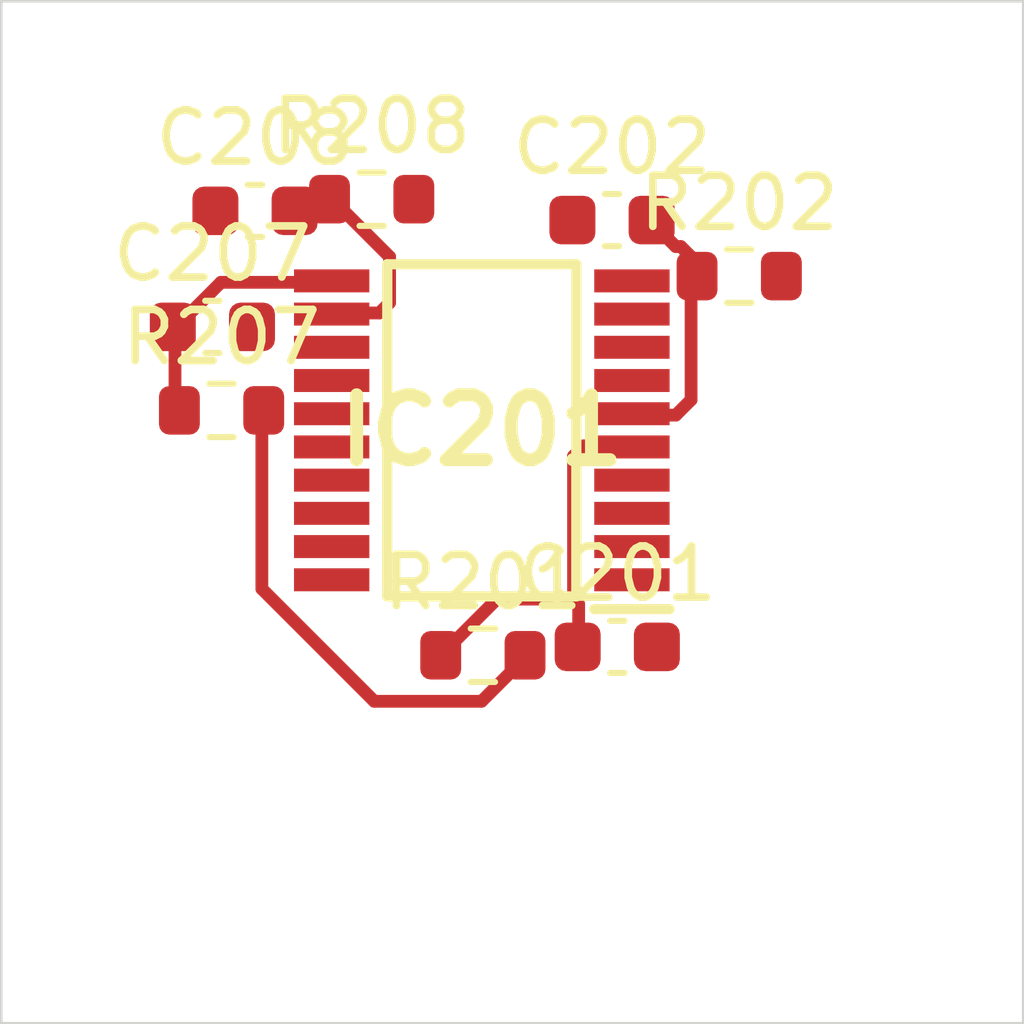
<source format=kicad_pcb>
 ( kicad_pcb  ( version 20171130 )
 ( host pcbnew 5.1.12-84ad8e8a86~92~ubuntu18.04.1 )
 ( general  ( thickness 1.6 )
 ( drawings 4 )
 ( tracks 0 )
 ( zones 0 )
 ( modules 9 )
 ( nets 19 )
)
 ( page A4 )
 ( layers  ( 0 F.Cu signal )
 ( 31 B.Cu signal )
 ( 32 B.Adhes user )
 ( 33 F.Adhes user )
 ( 34 B.Paste user )
 ( 35 F.Paste user )
 ( 36 B.SilkS user )
 ( 37 F.SilkS user )
 ( 38 B.Mask user )
 ( 39 F.Mask user )
 ( 40 Dwgs.User user )
 ( 41 Cmts.User user )
 ( 42 Eco1.User user )
 ( 43 Eco2.User user )
 ( 44 Edge.Cuts user )
 ( 45 Margin user )
 ( 46 B.CrtYd user )
 ( 47 F.CrtYd user )
 ( 48 B.Fab user )
 ( 49 F.Fab user )
)
 ( setup  ( last_trace_width 0.25 )
 ( trace_clearance 0.2 )
 ( zone_clearance 0.508 )
 ( zone_45_only no )
 ( trace_min 0.2 )
 ( via_size 0.8 )
 ( via_drill 0.4 )
 ( via_min_size 0.4 )
 ( via_min_drill 0.3 )
 ( uvia_size 0.3 )
 ( uvia_drill 0.1 )
 ( uvias_allowed no )
 ( uvia_min_size 0.2 )
 ( uvia_min_drill 0.1 )
 ( edge_width 0.05 )
 ( segment_width 0.2 )
 ( pcb_text_width 0.3 )
 ( pcb_text_size 1.5 1.5 )
 ( mod_edge_width 0.12 )
 ( mod_text_size 1 1 )
 ( mod_text_width 0.15 )
 ( pad_size 1.524 1.524 )
 ( pad_drill 0.762 )
 ( pad_to_mask_clearance 0 )
 ( aux_axis_origin 0 0 )
 ( visible_elements FFFFFF7F )
 ( pcbplotparams  ( layerselection 0x010fc_ffffffff )
 ( usegerberextensions false )
 ( usegerberattributes true )
 ( usegerberadvancedattributes true )
 ( creategerberjobfile true )
 ( excludeedgelayer true )
 ( linewidth 0.100000 )
 ( plotframeref false )
 ( viasonmask false )
 ( mode 1 )
 ( useauxorigin false )
 ( hpglpennumber 1 )
 ( hpglpenspeed 20 )
 ( hpglpendiameter 15.000000 )
 ( psnegative false )
 ( psa4output false )
 ( plotreference true )
 ( plotvalue true )
 ( plotinvisibletext false )
 ( padsonsilk false )
 ( subtractmaskfromsilk false )
 ( outputformat 1 )
 ( mirror false )
 ( drillshape 1 )
 ( scaleselection 1 )
 ( outputdirectory "" )
)
)
 ( net 0 "" )
 ( net 1 GND )
 ( net 2 /Sheet6235D886/ch0 )
 ( net 3 /Sheet6235D886/ch1 )
 ( net 4 /Sheet6235D886/ch2 )
 ( net 5 /Sheet6235D886/ch3 )
 ( net 6 /Sheet6235D886/ch4 )
 ( net 7 /Sheet6235D886/ch5 )
 ( net 8 /Sheet6235D886/ch6 )
 ( net 9 /Sheet6235D886/ch7 )
 ( net 10 VDD )
 ( net 11 VDDA )
 ( net 12 /Sheet6235D886/adc_csn )
 ( net 13 /Sheet6235D886/adc_sck )
 ( net 14 /Sheet6235D886/adc_sdi )
 ( net 15 /Sheet6235D886/adc_sdo )
 ( net 16 /Sheet6235D886/vp )
 ( net 17 /Sheet6248AD22/chn0 )
 ( net 18 /Sheet6248AD22/chn3 )
 ( net_class Default "This is the default net class."  ( clearance 0.2 )
 ( trace_width 0.25 )
 ( via_dia 0.8 )
 ( via_drill 0.4 )
 ( uvia_dia 0.3 )
 ( uvia_drill 0.1 )
 ( add_net /Sheet6235D886/adc_csn )
 ( add_net /Sheet6235D886/adc_sck )
 ( add_net /Sheet6235D886/adc_sdi )
 ( add_net /Sheet6235D886/adc_sdo )
 ( add_net /Sheet6235D886/ch0 )
 ( add_net /Sheet6235D886/ch1 )
 ( add_net /Sheet6235D886/ch2 )
 ( add_net /Sheet6235D886/ch3 )
 ( add_net /Sheet6235D886/ch4 )
 ( add_net /Sheet6235D886/ch5 )
 ( add_net /Sheet6235D886/ch6 )
 ( add_net /Sheet6235D886/ch7 )
 ( add_net /Sheet6235D886/vp )
 ( add_net /Sheet6248AD22/chn0 )
 ( add_net /Sheet6248AD22/chn3 )
 ( add_net GND )
 ( add_net VDD )
 ( add_net VDDA )
)
 ( module Capacitor_SMD:C_0603_1608Metric  ( layer F.Cu )
 ( tedit 5F68FEEE )
 ( tstamp 6234222D )
 ( at 92.055500 112.635000 )
 ( descr "Capacitor SMD 0603 (1608 Metric), square (rectangular) end terminal, IPC_7351 nominal, (Body size source: IPC-SM-782 page 76, https://www.pcb-3d.com/wordpress/wp-content/uploads/ipc-sm-782a_amendment_1_and_2.pdf), generated with kicad-footprint-generator" )
 ( tags capacitor )
 ( path /6235D887/623691C5 )
 ( attr smd )
 ( fp_text reference C201  ( at 0 -1.43 )
 ( layer F.SilkS )
 ( effects  ( font  ( size 1 1 )
 ( thickness 0.15 )
)
)
)
 ( fp_text value 0.1uF  ( at 0 1.43 )
 ( layer F.Fab )
 ( effects  ( font  ( size 1 1 )
 ( thickness 0.15 )
)
)
)
 ( fp_line  ( start -0.8 0.4 )
 ( end -0.8 -0.4 )
 ( layer F.Fab )
 ( width 0.1 )
)
 ( fp_line  ( start -0.8 -0.4 )
 ( end 0.8 -0.4 )
 ( layer F.Fab )
 ( width 0.1 )
)
 ( fp_line  ( start 0.8 -0.4 )
 ( end 0.8 0.4 )
 ( layer F.Fab )
 ( width 0.1 )
)
 ( fp_line  ( start 0.8 0.4 )
 ( end -0.8 0.4 )
 ( layer F.Fab )
 ( width 0.1 )
)
 ( fp_line  ( start -0.14058 -0.51 )
 ( end 0.14058 -0.51 )
 ( layer F.SilkS )
 ( width 0.12 )
)
 ( fp_line  ( start -0.14058 0.51 )
 ( end 0.14058 0.51 )
 ( layer F.SilkS )
 ( width 0.12 )
)
 ( fp_line  ( start -1.48 0.73 )
 ( end -1.48 -0.73 )
 ( layer F.CrtYd )
 ( width 0.05 )
)
 ( fp_line  ( start -1.48 -0.73 )
 ( end 1.48 -0.73 )
 ( layer F.CrtYd )
 ( width 0.05 )
)
 ( fp_line  ( start 1.48 -0.73 )
 ( end 1.48 0.73 )
 ( layer F.CrtYd )
 ( width 0.05 )
)
 ( fp_line  ( start 1.48 0.73 )
 ( end -1.48 0.73 )
 ( layer F.CrtYd )
 ( width 0.05 )
)
 ( fp_text user %R  ( at 0 0 )
 ( layer F.Fab )
 ( effects  ( font  ( size 0.4 0.4 )
 ( thickness 0.06 )
)
)
)
 ( pad 2 smd roundrect  ( at 0.775 0 )
 ( size 0.9 0.95 )
 ( layers F.Cu F.Mask F.Paste )
 ( roundrect_rratio 0.25 )
 ( net 1 GND )
)
 ( pad 1 smd roundrect  ( at -0.775 0 )
 ( size 0.9 0.95 )
 ( layers F.Cu F.Mask F.Paste )
 ( roundrect_rratio 0.25 )
 ( net 2 /Sheet6235D886/ch0 )
)
 ( model ${KISYS3DMOD}/Capacitor_SMD.3dshapes/C_0603_1608Metric.wrl  ( at  ( xyz 0 0 0 )
)
 ( scale  ( xyz 1 1 1 )
)
 ( rotate  ( xyz 0 0 0 )
)
)
)
 ( module Capacitor_SMD:C_0603_1608Metric  ( layer F.Cu )
 ( tedit 5F68FEEE )
 ( tstamp 6234223E )
 ( at 91.952600 104.282000 )
 ( descr "Capacitor SMD 0603 (1608 Metric), square (rectangular) end terminal, IPC_7351 nominal, (Body size source: IPC-SM-782 page 76, https://www.pcb-3d.com/wordpress/wp-content/uploads/ipc-sm-782a_amendment_1_and_2.pdf), generated with kicad-footprint-generator" )
 ( tags capacitor )
 ( path /6235D887/62369EE0 )
 ( attr smd )
 ( fp_text reference C202  ( at 0 -1.43 )
 ( layer F.SilkS )
 ( effects  ( font  ( size 1 1 )
 ( thickness 0.15 )
)
)
)
 ( fp_text value 0.1uF  ( at 0 1.43 )
 ( layer F.Fab )
 ( effects  ( font  ( size 1 1 )
 ( thickness 0.15 )
)
)
)
 ( fp_line  ( start 1.48 0.73 )
 ( end -1.48 0.73 )
 ( layer F.CrtYd )
 ( width 0.05 )
)
 ( fp_line  ( start 1.48 -0.73 )
 ( end 1.48 0.73 )
 ( layer F.CrtYd )
 ( width 0.05 )
)
 ( fp_line  ( start -1.48 -0.73 )
 ( end 1.48 -0.73 )
 ( layer F.CrtYd )
 ( width 0.05 )
)
 ( fp_line  ( start -1.48 0.73 )
 ( end -1.48 -0.73 )
 ( layer F.CrtYd )
 ( width 0.05 )
)
 ( fp_line  ( start -0.14058 0.51 )
 ( end 0.14058 0.51 )
 ( layer F.SilkS )
 ( width 0.12 )
)
 ( fp_line  ( start -0.14058 -0.51 )
 ( end 0.14058 -0.51 )
 ( layer F.SilkS )
 ( width 0.12 )
)
 ( fp_line  ( start 0.8 0.4 )
 ( end -0.8 0.4 )
 ( layer F.Fab )
 ( width 0.1 )
)
 ( fp_line  ( start 0.8 -0.4 )
 ( end 0.8 0.4 )
 ( layer F.Fab )
 ( width 0.1 )
)
 ( fp_line  ( start -0.8 -0.4 )
 ( end 0.8 -0.4 )
 ( layer F.Fab )
 ( width 0.1 )
)
 ( fp_line  ( start -0.8 0.4 )
 ( end -0.8 -0.4 )
 ( layer F.Fab )
 ( width 0.1 )
)
 ( fp_text user %R  ( at 0 0 )
 ( layer F.Fab )
 ( effects  ( font  ( size 0.4 0.4 )
 ( thickness 0.06 )
)
)
)
 ( pad 1 smd roundrect  ( at -0.775 0 )
 ( size 0.9 0.95 )
 ( layers F.Cu F.Mask F.Paste )
 ( roundrect_rratio 0.25 )
 ( net 1 GND )
)
 ( pad 2 smd roundrect  ( at 0.775 0 )
 ( size 0.9 0.95 )
 ( layers F.Cu F.Mask F.Paste )
 ( roundrect_rratio 0.25 )
 ( net 3 /Sheet6235D886/ch1 )
)
 ( model ${KISYS3DMOD}/Capacitor_SMD.3dshapes/C_0603_1608Metric.wrl  ( at  ( xyz 0 0 0 )
)
 ( scale  ( xyz 1 1 1 )
)
 ( rotate  ( xyz 0 0 0 )
)
)
)
 ( module Capacitor_SMD:C_0603_1608Metric  ( layer F.Cu )
 ( tedit 5F68FEEE )
 ( tstamp 62342293 )
 ( at 84.131900 106.372000 )
 ( descr "Capacitor SMD 0603 (1608 Metric), square (rectangular) end terminal, IPC_7351 nominal, (Body size source: IPC-SM-782 page 76, https://www.pcb-3d.com/wordpress/wp-content/uploads/ipc-sm-782a_amendment_1_and_2.pdf), generated with kicad-footprint-generator" )
 ( tags capacitor )
 ( path /6235D887/6238B3FE )
 ( attr smd )
 ( fp_text reference C207  ( at 0 -1.43 )
 ( layer F.SilkS )
 ( effects  ( font  ( size 1 1 )
 ( thickness 0.15 )
)
)
)
 ( fp_text value 0.1uF  ( at 0 1.43 )
 ( layer F.Fab )
 ( effects  ( font  ( size 1 1 )
 ( thickness 0.15 )
)
)
)
 ( fp_line  ( start -0.8 0.4 )
 ( end -0.8 -0.4 )
 ( layer F.Fab )
 ( width 0.1 )
)
 ( fp_line  ( start -0.8 -0.4 )
 ( end 0.8 -0.4 )
 ( layer F.Fab )
 ( width 0.1 )
)
 ( fp_line  ( start 0.8 -0.4 )
 ( end 0.8 0.4 )
 ( layer F.Fab )
 ( width 0.1 )
)
 ( fp_line  ( start 0.8 0.4 )
 ( end -0.8 0.4 )
 ( layer F.Fab )
 ( width 0.1 )
)
 ( fp_line  ( start -0.14058 -0.51 )
 ( end 0.14058 -0.51 )
 ( layer F.SilkS )
 ( width 0.12 )
)
 ( fp_line  ( start -0.14058 0.51 )
 ( end 0.14058 0.51 )
 ( layer F.SilkS )
 ( width 0.12 )
)
 ( fp_line  ( start -1.48 0.73 )
 ( end -1.48 -0.73 )
 ( layer F.CrtYd )
 ( width 0.05 )
)
 ( fp_line  ( start -1.48 -0.73 )
 ( end 1.48 -0.73 )
 ( layer F.CrtYd )
 ( width 0.05 )
)
 ( fp_line  ( start 1.48 -0.73 )
 ( end 1.48 0.73 )
 ( layer F.CrtYd )
 ( width 0.05 )
)
 ( fp_line  ( start 1.48 0.73 )
 ( end -1.48 0.73 )
 ( layer F.CrtYd )
 ( width 0.05 )
)
 ( fp_text user %R  ( at 0 0 )
 ( layer F.Fab )
 ( effects  ( font  ( size 0.4 0.4 )
 ( thickness 0.06 )
)
)
)
 ( pad 2 smd roundrect  ( at 0.775 0 )
 ( size 0.9 0.95 )
 ( layers F.Cu F.Mask F.Paste )
 ( roundrect_rratio 0.25 )
 ( net 1 GND )
)
 ( pad 1 smd roundrect  ( at -0.775 0 )
 ( size 0.9 0.95 )
 ( layers F.Cu F.Mask F.Paste )
 ( roundrect_rratio 0.25 )
 ( net 8 /Sheet6235D886/ch6 )
)
 ( model ${KISYS3DMOD}/Capacitor_SMD.3dshapes/C_0603_1608Metric.wrl  ( at  ( xyz 0 0 0 )
)
 ( scale  ( xyz 1 1 1 )
)
 ( rotate  ( xyz 0 0 0 )
)
)
)
 ( module Capacitor_SMD:C_0603_1608Metric  ( layer F.Cu )
 ( tedit 5F68FEEE )
 ( tstamp 623422A4 )
 ( at 84.965900 104.101000 )
 ( descr "Capacitor SMD 0603 (1608 Metric), square (rectangular) end terminal, IPC_7351 nominal, (Body size source: IPC-SM-782 page 76, https://www.pcb-3d.com/wordpress/wp-content/uploads/ipc-sm-782a_amendment_1_and_2.pdf), generated with kicad-footprint-generator" )
 ( tags capacitor )
 ( path /6235D887/6238B404 )
 ( attr smd )
 ( fp_text reference C208  ( at 0 -1.43 )
 ( layer F.SilkS )
 ( effects  ( font  ( size 1 1 )
 ( thickness 0.15 )
)
)
)
 ( fp_text value 0.1uF  ( at 0 1.43 )
 ( layer F.Fab )
 ( effects  ( font  ( size 1 1 )
 ( thickness 0.15 )
)
)
)
 ( fp_line  ( start 1.48 0.73 )
 ( end -1.48 0.73 )
 ( layer F.CrtYd )
 ( width 0.05 )
)
 ( fp_line  ( start 1.48 -0.73 )
 ( end 1.48 0.73 )
 ( layer F.CrtYd )
 ( width 0.05 )
)
 ( fp_line  ( start -1.48 -0.73 )
 ( end 1.48 -0.73 )
 ( layer F.CrtYd )
 ( width 0.05 )
)
 ( fp_line  ( start -1.48 0.73 )
 ( end -1.48 -0.73 )
 ( layer F.CrtYd )
 ( width 0.05 )
)
 ( fp_line  ( start -0.14058 0.51 )
 ( end 0.14058 0.51 )
 ( layer F.SilkS )
 ( width 0.12 )
)
 ( fp_line  ( start -0.14058 -0.51 )
 ( end 0.14058 -0.51 )
 ( layer F.SilkS )
 ( width 0.12 )
)
 ( fp_line  ( start 0.8 0.4 )
 ( end -0.8 0.4 )
 ( layer F.Fab )
 ( width 0.1 )
)
 ( fp_line  ( start 0.8 -0.4 )
 ( end 0.8 0.4 )
 ( layer F.Fab )
 ( width 0.1 )
)
 ( fp_line  ( start -0.8 -0.4 )
 ( end 0.8 -0.4 )
 ( layer F.Fab )
 ( width 0.1 )
)
 ( fp_line  ( start -0.8 0.4 )
 ( end -0.8 -0.4 )
 ( layer F.Fab )
 ( width 0.1 )
)
 ( fp_text user %R  ( at 0 0 )
 ( layer F.Fab )
 ( effects  ( font  ( size 0.4 0.4 )
 ( thickness 0.06 )
)
)
)
 ( pad 1 smd roundrect  ( at -0.775 0 )
 ( size 0.9 0.95 )
 ( layers F.Cu F.Mask F.Paste )
 ( roundrect_rratio 0.25 )
 ( net 1 GND )
)
 ( pad 2 smd roundrect  ( at 0.775 0 )
 ( size 0.9 0.95 )
 ( layers F.Cu F.Mask F.Paste )
 ( roundrect_rratio 0.25 )
 ( net 9 /Sheet6235D886/ch7 )
)
 ( model ${KISYS3DMOD}/Capacitor_SMD.3dshapes/C_0603_1608Metric.wrl  ( at  ( xyz 0 0 0 )
)
 ( scale  ( xyz 1 1 1 )
)
 ( rotate  ( xyz 0 0 0 )
)
)
)
 ( module MCP3564R-E_ST:SOP65P640X120-20N locked  ( layer F.Cu )
 ( tedit 623351C2 )
 ( tstamp 623423D6 )
 ( at 89.404300 108.397000 180.000000 )
 ( descr "20-Lead Plastic Thin Shrink Small Outline (ST) - 4.4mm body [TSSOP]" )
 ( tags "Integrated Circuit" )
 ( path /6235D887/6235E071 )
 ( attr smd )
 ( fp_text reference IC201  ( at 0 0 )
 ( layer F.SilkS )
 ( effects  ( font  ( size 1.27 1.27 )
 ( thickness 0.254 )
)
)
)
 ( fp_text value MCP3564R-E_ST  ( at 0 0 )
 ( layer F.SilkS )
hide  ( effects  ( font  ( size 1.27 1.27 )
 ( thickness 0.254 )
)
)
)
 ( fp_line  ( start -3.925 -3.55 )
 ( end 3.925 -3.55 )
 ( layer Dwgs.User )
 ( width 0.05 )
)
 ( fp_line  ( start 3.925 -3.55 )
 ( end 3.925 3.55 )
 ( layer Dwgs.User )
 ( width 0.05 )
)
 ( fp_line  ( start 3.925 3.55 )
 ( end -3.925 3.55 )
 ( layer Dwgs.User )
 ( width 0.05 )
)
 ( fp_line  ( start -3.925 3.55 )
 ( end -3.925 -3.55 )
 ( layer Dwgs.User )
 ( width 0.05 )
)
 ( fp_line  ( start -2.2 -3.25 )
 ( end 2.2 -3.25 )
 ( layer Dwgs.User )
 ( width 0.1 )
)
 ( fp_line  ( start 2.2 -3.25 )
 ( end 2.2 3.25 )
 ( layer Dwgs.User )
 ( width 0.1 )
)
 ( fp_line  ( start 2.2 3.25 )
 ( end -2.2 3.25 )
 ( layer Dwgs.User )
 ( width 0.1 )
)
 ( fp_line  ( start -2.2 3.25 )
 ( end -2.2 -3.25 )
 ( layer Dwgs.User )
 ( width 0.1 )
)
 ( fp_line  ( start -2.2 -2.6 )
 ( end -1.55 -3.25 )
 ( layer Dwgs.User )
 ( width 0.1 )
)
 ( fp_line  ( start -1.85 -3.25 )
 ( end 1.85 -3.25 )
 ( layer F.SilkS )
 ( width 0.2 )
)
 ( fp_line  ( start 1.85 -3.25 )
 ( end 1.85 3.25 )
 ( layer F.SilkS )
 ( width 0.2 )
)
 ( fp_line  ( start 1.85 3.25 )
 ( end -1.85 3.25 )
 ( layer F.SilkS )
 ( width 0.2 )
)
 ( fp_line  ( start -1.85 3.25 )
 ( end -1.85 -3.25 )
 ( layer F.SilkS )
 ( width 0.2 )
)
 ( fp_line  ( start -3.675 -3.5 )
 ( end -2.2 -3.5 )
 ( layer F.SilkS )
 ( width 0.2 )
)
 ( pad 1 smd rect  ( at -2.938 -2.925 270.000000 )
 ( size 0.45 1.475 )
 ( layers F.Cu F.Mask F.Paste )
 ( net 11 VDDA )
)
 ( pad 2 smd rect  ( at -2.938 -2.275 270.000000 )
 ( size 0.45 1.475 )
 ( layers F.Cu F.Mask F.Paste )
 ( net 1 GND )
)
 ( pad 3 smd rect  ( at -2.938 -1.625 270.000000 )
 ( size 0.45 1.475 )
 ( layers F.Cu F.Mask F.Paste )
 ( net 1 GND )
)
 ( pad 4 smd rect  ( at -2.938 -0.975 270.000000 )
 ( size 0.45 1.475 )
 ( layers F.Cu F.Mask F.Paste )
)
 ( pad 5 smd rect  ( at -2.938 -0.325 270.000000 )
 ( size 0.45 1.475 )
 ( layers F.Cu F.Mask F.Paste )
 ( net 2 /Sheet6235D886/ch0 )
)
 ( pad 6 smd rect  ( at -2.938 0.325 270.000000 )
 ( size 0.45 1.475 )
 ( layers F.Cu F.Mask F.Paste )
 ( net 3 /Sheet6235D886/ch1 )
)
 ( pad 7 smd rect  ( at -2.938 0.975 270.000000 )
 ( size 0.45 1.475 )
 ( layers F.Cu F.Mask F.Paste )
 ( net 4 /Sheet6235D886/ch2 )
)
 ( pad 8 smd rect  ( at -2.938 1.625 270.000000 )
 ( size 0.45 1.475 )
 ( layers F.Cu F.Mask F.Paste )
 ( net 5 /Sheet6235D886/ch3 )
)
 ( pad 9 smd rect  ( at -2.938 2.275 270.000000 )
 ( size 0.45 1.475 )
 ( layers F.Cu F.Mask F.Paste )
 ( net 6 /Sheet6235D886/ch4 )
)
 ( pad 10 smd rect  ( at -2.938 2.925 270.000000 )
 ( size 0.45 1.475 )
 ( layers F.Cu F.Mask F.Paste )
 ( net 7 /Sheet6235D886/ch5 )
)
 ( pad 11 smd rect  ( at 2.938 2.925 270.000000 )
 ( size 0.45 1.475 )
 ( layers F.Cu F.Mask F.Paste )
 ( net 8 /Sheet6235D886/ch6 )
)
 ( pad 12 smd rect  ( at 2.938 2.275 270.000000 )
 ( size 0.45 1.475 )
 ( layers F.Cu F.Mask F.Paste )
 ( net 9 /Sheet6235D886/ch7 )
)
 ( pad 13 smd rect  ( at 2.938 1.625 270.000000 )
 ( size 0.45 1.475 )
 ( layers F.Cu F.Mask F.Paste )
 ( net 12 /Sheet6235D886/adc_csn )
)
 ( pad 14 smd rect  ( at 2.938 0.975 270.000000 )
 ( size 0.45 1.475 )
 ( layers F.Cu F.Mask F.Paste )
 ( net 13 /Sheet6235D886/adc_sck )
)
 ( pad 15 smd rect  ( at 2.938 0.325 270.000000 )
 ( size 0.45 1.475 )
 ( layers F.Cu F.Mask F.Paste )
 ( net 14 /Sheet6235D886/adc_sdi )
)
 ( pad 16 smd rect  ( at 2.938 -0.325 270.000000 )
 ( size 0.45 1.475 )
 ( layers F.Cu F.Mask F.Paste )
 ( net 15 /Sheet6235D886/adc_sdo )
)
 ( pad 17 smd rect  ( at 2.938 -0.975 270.000000 )
 ( size 0.45 1.475 )
 ( layers F.Cu F.Mask F.Paste )
)
 ( pad 18 smd rect  ( at 2.938 -1.625 270.000000 )
 ( size 0.45 1.475 )
 ( layers F.Cu F.Mask F.Paste )
)
 ( pad 19 smd rect  ( at 2.938 -2.275 270.000000 )
 ( size 0.45 1.475 )
 ( layers F.Cu F.Mask F.Paste )
 ( net 1 GND )
)
 ( pad 20 smd rect  ( at 2.938 -2.925 270.000000 )
 ( size 0.45 1.475 )
 ( layers F.Cu F.Mask F.Paste )
 ( net 10 VDD )
)
)
 ( module Resistor_SMD:R_0603_1608Metric  ( layer F.Cu )
 ( tedit 5F68FEEE )
 ( tstamp 6234250D )
 ( at 89.425300 112.799000 )
 ( descr "Resistor SMD 0603 (1608 Metric), square (rectangular) end terminal, IPC_7351 nominal, (Body size source: IPC-SM-782 page 72, https://www.pcb-3d.com/wordpress/wp-content/uploads/ipc-sm-782a_amendment_1_and_2.pdf), generated with kicad-footprint-generator" )
 ( tags resistor )
 ( path /6235D887/623641B7 )
 ( attr smd )
 ( fp_text reference R201  ( at 0 -1.43 )
 ( layer F.SilkS )
 ( effects  ( font  ( size 1 1 )
 ( thickness 0.15 )
)
)
)
 ( fp_text value 1k  ( at 0 1.43 )
 ( layer F.Fab )
 ( effects  ( font  ( size 1 1 )
 ( thickness 0.15 )
)
)
)
 ( fp_line  ( start -0.8 0.4125 )
 ( end -0.8 -0.4125 )
 ( layer F.Fab )
 ( width 0.1 )
)
 ( fp_line  ( start -0.8 -0.4125 )
 ( end 0.8 -0.4125 )
 ( layer F.Fab )
 ( width 0.1 )
)
 ( fp_line  ( start 0.8 -0.4125 )
 ( end 0.8 0.4125 )
 ( layer F.Fab )
 ( width 0.1 )
)
 ( fp_line  ( start 0.8 0.4125 )
 ( end -0.8 0.4125 )
 ( layer F.Fab )
 ( width 0.1 )
)
 ( fp_line  ( start -0.237258 -0.5225 )
 ( end 0.237258 -0.5225 )
 ( layer F.SilkS )
 ( width 0.12 )
)
 ( fp_line  ( start -0.237258 0.5225 )
 ( end 0.237258 0.5225 )
 ( layer F.SilkS )
 ( width 0.12 )
)
 ( fp_line  ( start -1.48 0.73 )
 ( end -1.48 -0.73 )
 ( layer F.CrtYd )
 ( width 0.05 )
)
 ( fp_line  ( start -1.48 -0.73 )
 ( end 1.48 -0.73 )
 ( layer F.CrtYd )
 ( width 0.05 )
)
 ( fp_line  ( start 1.48 -0.73 )
 ( end 1.48 0.73 )
 ( layer F.CrtYd )
 ( width 0.05 )
)
 ( fp_line  ( start 1.48 0.73 )
 ( end -1.48 0.73 )
 ( layer F.CrtYd )
 ( width 0.05 )
)
 ( fp_text user %R  ( at 0 0 )
 ( layer F.Fab )
 ( effects  ( font  ( size 0.4 0.4 )
 ( thickness 0.06 )
)
)
)
 ( pad 2 smd roundrect  ( at 0.825 0 )
 ( size 0.8 0.95 )
 ( layers F.Cu F.Mask F.Paste )
 ( roundrect_rratio 0.25 )
 ( net 16 /Sheet6235D886/vp )
)
 ( pad 1 smd roundrect  ( at -0.825 0 )
 ( size 0.8 0.95 )
 ( layers F.Cu F.Mask F.Paste )
 ( roundrect_rratio 0.25 )
 ( net 2 /Sheet6235D886/ch0 )
)
 ( model ${KISYS3DMOD}/Resistor_SMD.3dshapes/R_0603_1608Metric.wrl  ( at  ( xyz 0 0 0 )
)
 ( scale  ( xyz 1 1 1 )
)
 ( rotate  ( xyz 0 0 0 )
)
)
)
 ( module Resistor_SMD:R_0603_1608Metric  ( layer F.Cu )
 ( tedit 5F68FEEE )
 ( tstamp 6234251E )
 ( at 94.442100 105.379000 )
 ( descr "Resistor SMD 0603 (1608 Metric), square (rectangular) end terminal, IPC_7351 nominal, (Body size source: IPC-SM-782 page 72, https://www.pcb-3d.com/wordpress/wp-content/uploads/ipc-sm-782a_amendment_1_and_2.pdf), generated with kicad-footprint-generator" )
 ( tags resistor )
 ( path /6235D887/6236A646 )
 ( attr smd )
 ( fp_text reference R202  ( at 0 -1.43 )
 ( layer F.SilkS )
 ( effects  ( font  ( size 1 1 )
 ( thickness 0.15 )
)
)
)
 ( fp_text value 1k  ( at 0 1.43 )
 ( layer F.Fab )
 ( effects  ( font  ( size 1 1 )
 ( thickness 0.15 )
)
)
)
 ( fp_line  ( start 1.48 0.73 )
 ( end -1.48 0.73 )
 ( layer F.CrtYd )
 ( width 0.05 )
)
 ( fp_line  ( start 1.48 -0.73 )
 ( end 1.48 0.73 )
 ( layer F.CrtYd )
 ( width 0.05 )
)
 ( fp_line  ( start -1.48 -0.73 )
 ( end 1.48 -0.73 )
 ( layer F.CrtYd )
 ( width 0.05 )
)
 ( fp_line  ( start -1.48 0.73 )
 ( end -1.48 -0.73 )
 ( layer F.CrtYd )
 ( width 0.05 )
)
 ( fp_line  ( start -0.237258 0.5225 )
 ( end 0.237258 0.5225 )
 ( layer F.SilkS )
 ( width 0.12 )
)
 ( fp_line  ( start -0.237258 -0.5225 )
 ( end 0.237258 -0.5225 )
 ( layer F.SilkS )
 ( width 0.12 )
)
 ( fp_line  ( start 0.8 0.4125 )
 ( end -0.8 0.4125 )
 ( layer F.Fab )
 ( width 0.1 )
)
 ( fp_line  ( start 0.8 -0.4125 )
 ( end 0.8 0.4125 )
 ( layer F.Fab )
 ( width 0.1 )
)
 ( fp_line  ( start -0.8 -0.4125 )
 ( end 0.8 -0.4125 )
 ( layer F.Fab )
 ( width 0.1 )
)
 ( fp_line  ( start -0.8 0.4125 )
 ( end -0.8 -0.4125 )
 ( layer F.Fab )
 ( width 0.1 )
)
 ( fp_text user %R  ( at 0 0 )
 ( layer F.Fab )
 ( effects  ( font  ( size 0.4 0.4 )
 ( thickness 0.06 )
)
)
)
 ( pad 1 smd roundrect  ( at -0.825 0 )
 ( size 0.8 0.95 )
 ( layers F.Cu F.Mask F.Paste )
 ( roundrect_rratio 0.25 )
 ( net 3 /Sheet6235D886/ch1 )
)
 ( pad 2 smd roundrect  ( at 0.825 0 )
 ( size 0.8 0.95 )
 ( layers F.Cu F.Mask F.Paste )
 ( roundrect_rratio 0.25 )
 ( net 17 /Sheet6248AD22/chn0 )
)
 ( model ${KISYS3DMOD}/Resistor_SMD.3dshapes/R_0603_1608Metric.wrl  ( at  ( xyz 0 0 0 )
)
 ( scale  ( xyz 1 1 1 )
)
 ( rotate  ( xyz 0 0 0 )
)
)
)
 ( module Resistor_SMD:R_0603_1608Metric  ( layer F.Cu )
 ( tedit 5F68FEEE )
 ( tstamp 62342573 )
 ( at 84.311100 108.006000 )
 ( descr "Resistor SMD 0603 (1608 Metric), square (rectangular) end terminal, IPC_7351 nominal, (Body size source: IPC-SM-782 page 72, https://www.pcb-3d.com/wordpress/wp-content/uploads/ipc-sm-782a_amendment_1_and_2.pdf), generated with kicad-footprint-generator" )
 ( tags resistor )
 ( path /6235D887/6238B3F8 )
 ( attr smd )
 ( fp_text reference R207  ( at 0 -1.43 )
 ( layer F.SilkS )
 ( effects  ( font  ( size 1 1 )
 ( thickness 0.15 )
)
)
)
 ( fp_text value 1k  ( at 0 1.43 )
 ( layer F.Fab )
 ( effects  ( font  ( size 1 1 )
 ( thickness 0.15 )
)
)
)
 ( fp_line  ( start -0.8 0.4125 )
 ( end -0.8 -0.4125 )
 ( layer F.Fab )
 ( width 0.1 )
)
 ( fp_line  ( start -0.8 -0.4125 )
 ( end 0.8 -0.4125 )
 ( layer F.Fab )
 ( width 0.1 )
)
 ( fp_line  ( start 0.8 -0.4125 )
 ( end 0.8 0.4125 )
 ( layer F.Fab )
 ( width 0.1 )
)
 ( fp_line  ( start 0.8 0.4125 )
 ( end -0.8 0.4125 )
 ( layer F.Fab )
 ( width 0.1 )
)
 ( fp_line  ( start -0.237258 -0.5225 )
 ( end 0.237258 -0.5225 )
 ( layer F.SilkS )
 ( width 0.12 )
)
 ( fp_line  ( start -0.237258 0.5225 )
 ( end 0.237258 0.5225 )
 ( layer F.SilkS )
 ( width 0.12 )
)
 ( fp_line  ( start -1.48 0.73 )
 ( end -1.48 -0.73 )
 ( layer F.CrtYd )
 ( width 0.05 )
)
 ( fp_line  ( start -1.48 -0.73 )
 ( end 1.48 -0.73 )
 ( layer F.CrtYd )
 ( width 0.05 )
)
 ( fp_line  ( start 1.48 -0.73 )
 ( end 1.48 0.73 )
 ( layer F.CrtYd )
 ( width 0.05 )
)
 ( fp_line  ( start 1.48 0.73 )
 ( end -1.48 0.73 )
 ( layer F.CrtYd )
 ( width 0.05 )
)
 ( fp_text user %R  ( at 0 0 )
 ( layer F.Fab )
 ( effects  ( font  ( size 0.4 0.4 )
 ( thickness 0.06 )
)
)
)
 ( pad 2 smd roundrect  ( at 0.825 0 )
 ( size 0.8 0.95 )
 ( layers F.Cu F.Mask F.Paste )
 ( roundrect_rratio 0.25 )
 ( net 16 /Sheet6235D886/vp )
)
 ( pad 1 smd roundrect  ( at -0.825 0 )
 ( size 0.8 0.95 )
 ( layers F.Cu F.Mask F.Paste )
 ( roundrect_rratio 0.25 )
 ( net 8 /Sheet6235D886/ch6 )
)
 ( model ${KISYS3DMOD}/Resistor_SMD.3dshapes/R_0603_1608Metric.wrl  ( at  ( xyz 0 0 0 )
)
 ( scale  ( xyz 1 1 1 )
)
 ( rotate  ( xyz 0 0 0 )
)
)
)
 ( module Resistor_SMD:R_0603_1608Metric  ( layer F.Cu )
 ( tedit 5F68FEEE )
 ( tstamp 62342584 )
 ( at 87.249200 103.873000 )
 ( descr "Resistor SMD 0603 (1608 Metric), square (rectangular) end terminal, IPC_7351 nominal, (Body size source: IPC-SM-782 page 72, https://www.pcb-3d.com/wordpress/wp-content/uploads/ipc-sm-782a_amendment_1_and_2.pdf), generated with kicad-footprint-generator" )
 ( tags resistor )
 ( path /6235D887/6238B40A )
 ( attr smd )
 ( fp_text reference R208  ( at 0 -1.43 )
 ( layer F.SilkS )
 ( effects  ( font  ( size 1 1 )
 ( thickness 0.15 )
)
)
)
 ( fp_text value 1k  ( at 0 1.43 )
 ( layer F.Fab )
 ( effects  ( font  ( size 1 1 )
 ( thickness 0.15 )
)
)
)
 ( fp_line  ( start 1.48 0.73 )
 ( end -1.48 0.73 )
 ( layer F.CrtYd )
 ( width 0.05 )
)
 ( fp_line  ( start 1.48 -0.73 )
 ( end 1.48 0.73 )
 ( layer F.CrtYd )
 ( width 0.05 )
)
 ( fp_line  ( start -1.48 -0.73 )
 ( end 1.48 -0.73 )
 ( layer F.CrtYd )
 ( width 0.05 )
)
 ( fp_line  ( start -1.48 0.73 )
 ( end -1.48 -0.73 )
 ( layer F.CrtYd )
 ( width 0.05 )
)
 ( fp_line  ( start -0.237258 0.5225 )
 ( end 0.237258 0.5225 )
 ( layer F.SilkS )
 ( width 0.12 )
)
 ( fp_line  ( start -0.237258 -0.5225 )
 ( end 0.237258 -0.5225 )
 ( layer F.SilkS )
 ( width 0.12 )
)
 ( fp_line  ( start 0.8 0.4125 )
 ( end -0.8 0.4125 )
 ( layer F.Fab )
 ( width 0.1 )
)
 ( fp_line  ( start 0.8 -0.4125 )
 ( end 0.8 0.4125 )
 ( layer F.Fab )
 ( width 0.1 )
)
 ( fp_line  ( start -0.8 -0.4125 )
 ( end 0.8 -0.4125 )
 ( layer F.Fab )
 ( width 0.1 )
)
 ( fp_line  ( start -0.8 0.4125 )
 ( end -0.8 -0.4125 )
 ( layer F.Fab )
 ( width 0.1 )
)
 ( fp_text user %R  ( at 0 0 )
 ( layer F.Fab )
 ( effects  ( font  ( size 0.4 0.4 )
 ( thickness 0.06 )
)
)
)
 ( pad 1 smd roundrect  ( at -0.825 0 )
 ( size 0.8 0.95 )
 ( layers F.Cu F.Mask F.Paste )
 ( roundrect_rratio 0.25 )
 ( net 9 /Sheet6235D886/ch7 )
)
 ( pad 2 smd roundrect  ( at 0.825 0 )
 ( size 0.8 0.95 )
 ( layers F.Cu F.Mask F.Paste )
 ( roundrect_rratio 0.25 )
 ( net 18 /Sheet6248AD22/chn3 )
)
 ( model ${KISYS3DMOD}/Resistor_SMD.3dshapes/R_0603_1608Metric.wrl  ( at  ( xyz 0 0 0 )
)
 ( scale  ( xyz 1 1 1 )
)
 ( rotate  ( xyz 0 0 0 )
)
)
)
 ( gr_line  ( start 100 100 )
 ( end 100 120 )
 ( layer Edge.Cuts )
 ( width 0.05 )
 ( tstamp 62E770C4 )
)
 ( gr_line  ( start 80 120 )
 ( end 100 120 )
 ( layer Edge.Cuts )
 ( width 0.05 )
 ( tstamp 62E770C0 )
)
 ( gr_line  ( start 80 100 )
 ( end 100 100 )
 ( layer Edge.Cuts )
 ( width 0.05 )
 ( tstamp 6234110C )
)
 ( gr_line  ( start 80 100 )
 ( end 80 120 )
 ( layer Edge.Cuts )
 ( width 0.05 )
)
 ( segment  ( start 92.300001 108.700002 )
 ( end 91.400001 108.700002 )
 ( width 0.250000 )
 ( layer F.Cu )
 ( net 2 )
)
 ( segment  ( start 91.400001 108.700002 )
 ( end 91.200001 108.900002 )
 ( width 0.250000 )
 ( layer F.Cu )
 ( net 2 )
)
 ( segment  ( start 91.200001 108.900002 )
 ( end 91.200001 111.700002 )
 ( width 0.250000 )
 ( layer F.Cu )
 ( net 2 )
)
 ( segment  ( start 91.200001 111.700002 )
 ( end 91.300001 111.800002 )
 ( width 0.250000 )
 ( layer F.Cu )
 ( net 2 )
)
 ( segment  ( start 91.300001 111.800002 )
 ( end 91.300001 112.600002 )
 ( width 0.250000 )
 ( layer F.Cu )
 ( net 2 )
)
 ( segment  ( start 88.600001 112.800002 )
 ( end 89.700001 111.700002 )
 ( width 0.250000 )
 ( layer F.Cu )
 ( net 2 )
)
 ( segment  ( start 89.700001 111.700002 )
 ( end 91.200001 111.700002 )
 ( width 0.250000 )
 ( layer F.Cu )
 ( net 2 )
)
 ( segment  ( start 92.300001 108.100002 )
 ( end 93.200001 108.100002 )
 ( width 0.250000 )
 ( layer F.Cu )
 ( net 3 )
)
 ( segment  ( start 93.200001 108.100002 )
 ( end 93.500001 107.800002 )
 ( width 0.250000 )
 ( layer F.Cu )
 ( net 3 )
)
 ( segment  ( start 93.500001 107.800002 )
 ( end 93.500001 105.000002 )
 ( width 0.250000 )
 ( layer F.Cu )
 ( net 3 )
)
 ( segment  ( start 93.500001 105.000002 )
 ( end 93.300001 104.800002 )
 ( width 0.250000 )
 ( layer F.Cu )
 ( net 3 )
)
 ( segment  ( start 93.300001 104.800002 )
 ( end 93.200001 104.800002 )
 ( width 0.250000 )
 ( layer F.Cu )
 ( net 3 )
)
 ( segment  ( start 93.200001 104.800002 )
 ( end 92.700001 104.300002 )
 ( width 0.250000 )
 ( layer F.Cu )
 ( net 3 )
)
 ( segment  ( start 93.600001 105.400002 )
 ( end 93.500001 105.400002 )
 ( width 0.250000 )
 ( layer F.Cu )
 ( net 3 )
)
 ( segment  ( start 86.500001 105.500002 )
 ( end 84.300001 105.500002 )
 ( width 0.250000 )
 ( layer F.Cu )
 ( net 8 )
)
 ( segment  ( start 84.300001 105.500002 )
 ( end 83.400001 106.400002 )
 ( width 0.250000 )
 ( layer F.Cu )
 ( net 8 )
)
 ( segment  ( start 83.500001 108.000002 )
 ( end 83.400001 107.900002 )
 ( width 0.250000 )
 ( layer F.Cu )
 ( net 8 )
)
 ( segment  ( start 83.400001 107.900002 )
 ( end 83.400001 106.400002 )
 ( width 0.250000 )
 ( layer F.Cu )
 ( net 8 )
)
 ( segment  ( start 86.500001 106.100002 )
 ( end 87.400001 106.100002 )
 ( width 0.250000 )
 ( layer F.Cu )
 ( net 9 )
)
 ( segment  ( start 87.400001 106.100002 )
 ( end 87.600001 105.900002 )
 ( width 0.250000 )
 ( layer F.Cu )
 ( net 9 )
)
 ( segment  ( start 87.600001 105.900002 )
 ( end 87.600001 105.000002 )
 ( width 0.250000 )
 ( layer F.Cu )
 ( net 9 )
)
 ( segment  ( start 87.600001 105.000002 )
 ( end 86.700001 104.100002 )
 ( width 0.250000 )
 ( layer F.Cu )
 ( net 9 )
)
 ( segment  ( start 86.700001 104.100002 )
 ( end 85.700001 104.100002 )
 ( width 0.250000 )
 ( layer F.Cu )
 ( net 9 )
)
 ( segment  ( start 86.400001 103.900002 )
 ( end 86.400001 104.100002 )
 ( width 0.250000 )
 ( layer F.Cu )
 ( net 9 )
)
 ( segment  ( start 85.100001 108.000002 )
 ( end 85.100001 111.500002 )
 ( width 0.250000 )
 ( layer F.Cu )
 ( net 16 )
)
 ( segment  ( start 85.100001 111.500002 )
 ( end 87.300001 113.700002 )
 ( width 0.250000 )
 ( layer F.Cu )
 ( net 16 )
)
 ( segment  ( start 87.300001 113.700002 )
 ( end 89.400001 113.700002 )
 ( width 0.250000 )
 ( layer F.Cu )
 ( net 16 )
)
 ( segment  ( start 89.400001 113.700002 )
 ( end 90.300001 112.800002 )
 ( width 0.250000 )
 ( layer F.Cu )
 ( net 16 )
)
)

</source>
